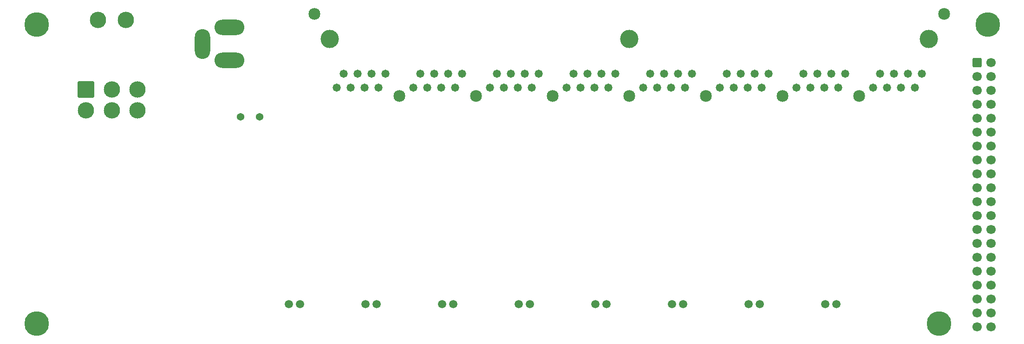
<source format=gbr>
%TF.GenerationSoftware,KiCad,Pcbnew,8.0.4*%
%TF.CreationDate,2024-09-16T12:53:31-07:00*%
%TF.ProjectId,PumpController8,50756d70-436f-46e7-9472-6f6c6c657238,rev?*%
%TF.SameCoordinates,Original*%
%TF.FileFunction,Soldermask,Bot*%
%TF.FilePolarity,Negative*%
%FSLAX46Y46*%
G04 Gerber Fmt 4.6, Leading zero omitted, Abs format (unit mm)*
G04 Created by KiCad (PCBNEW 8.0.4) date 2024-09-16 12:53:31*
%MOMM*%
%LPD*%
G01*
G04 APERTURE LIST*
G04 Aperture macros list*
%AMRoundRect*
0 Rectangle with rounded corners*
0 $1 Rounding radius*
0 $2 $3 $4 $5 $6 $7 $8 $9 X,Y pos of 4 corners*
0 Add a 4 corners polygon primitive as box body*
4,1,4,$2,$3,$4,$5,$6,$7,$8,$9,$2,$3,0*
0 Add four circle primitives for the rounded corners*
1,1,$1+$1,$2,$3*
1,1,$1+$1,$4,$5*
1,1,$1+$1,$6,$7*
1,1,$1+$1,$8,$9*
0 Add four rect primitives between the rounded corners*
20,1,$1+$1,$2,$3,$4,$5,0*
20,1,$1+$1,$4,$5,$6,$7,0*
20,1,$1+$1,$6,$7,$8,$9,0*
20,1,$1+$1,$8,$9,$2,$3,0*%
G04 Aperture macros list end*
%ADD10O,5.460000X2.819900*%
%ADD11O,2.819900X5.460000*%
%ADD12C,1.371600*%
%ADD13C,3.327400*%
%ADD14C,1.473200*%
%ADD15C,2.159000*%
%ADD16C,1.500000*%
%ADD17C,4.500000*%
%ADD18RoundRect,0.250000X-0.600000X-0.600000X0.600000X-0.600000X0.600000X0.600000X-0.600000X0.600000X0*%
%ADD19C,1.700000*%
%ADD20RoundRect,0.102000X-1.387500X-1.387500X1.387500X-1.387500X1.387500X1.387500X-1.387500X1.387500X0*%
%ADD21C,2.979000*%
G04 APERTURE END LIST*
D10*
%TO.C,J10*%
X117020000Y-66835000D03*
D11*
X112120000Y-63885000D03*
D10*
X117020000Y-60835000D03*
%TD*%
D12*
%TO.C,C9*%
X119058750Y-77216000D03*
X122558751Y-77216000D03*
%TD*%
D13*
%TO.C,J9*%
X244576600Y-62992000D03*
X189966600Y-62992000D03*
X135356600Y-62992000D03*
D14*
X243306600Y-69342000D03*
X242036600Y-71882000D03*
X240766600Y-69342000D03*
X239496600Y-71882000D03*
X238226600Y-69342000D03*
X236956600Y-71882000D03*
X235686600Y-69342000D03*
X234416600Y-71882000D03*
X229336600Y-69342000D03*
X228066600Y-71882000D03*
X226796600Y-69342000D03*
X225526600Y-71882000D03*
X224256600Y-69342000D03*
X222986600Y-71882000D03*
X221716600Y-69342000D03*
X220446600Y-71882000D03*
X215366600Y-69342000D03*
X214096600Y-71882000D03*
X212826600Y-69342000D03*
X211556600Y-71882000D03*
X210286600Y-69342000D03*
X209016600Y-71882000D03*
X207746600Y-69342000D03*
X206476600Y-71882000D03*
X201396600Y-69342000D03*
X200126600Y-71882000D03*
X198856600Y-69342000D03*
X197586600Y-71882000D03*
X196316600Y-69342000D03*
X195046600Y-71882000D03*
X193776600Y-69342000D03*
X192506600Y-71882000D03*
X187426600Y-69342000D03*
X186156600Y-71882000D03*
X184886600Y-69342000D03*
X183616600Y-71882000D03*
X182346600Y-69342000D03*
X181076600Y-71882000D03*
X179806600Y-69342000D03*
X178536600Y-71882000D03*
X173456600Y-69342000D03*
X172186600Y-71882000D03*
X170916600Y-69342000D03*
X169646600Y-71882000D03*
X168376600Y-69342000D03*
X167106600Y-71882000D03*
X165836600Y-69342000D03*
X164566600Y-71882000D03*
X159486600Y-69342000D03*
X158216600Y-71882000D03*
X156946600Y-69342000D03*
X155676600Y-71882000D03*
X154406600Y-69342000D03*
X153136600Y-71882000D03*
X151866600Y-69342000D03*
X150596600Y-71882000D03*
X145516600Y-69342000D03*
X144246600Y-71882000D03*
X142976600Y-69342000D03*
X141706600Y-71882000D03*
X140436600Y-69342000D03*
X139166600Y-71882000D03*
X137896600Y-69342000D03*
X136626600Y-71882000D03*
D15*
X247370600Y-58420000D03*
X132562600Y-58420000D03*
X231876600Y-73406000D03*
X217906600Y-73406000D03*
X203936600Y-73406000D03*
X189966600Y-73406000D03*
X175996600Y-73406000D03*
X162026600Y-73406000D03*
X148056600Y-73406000D03*
%TD*%
D16*
%TO.C,J7*%
X143875000Y-111395000D03*
X141875000Y-111395000D03*
%TD*%
D17*
%TO.C,H4*%
X81915000Y-60325000D03*
%TD*%
D18*
%TO.C,J11*%
X253365000Y-67310000D03*
D19*
X255905000Y-67310000D03*
X253365000Y-69850000D03*
X255905000Y-69850000D03*
X253365000Y-72390000D03*
X255905000Y-72390000D03*
X253365000Y-74930000D03*
X255905000Y-74930000D03*
X253365000Y-77470000D03*
X255905000Y-77470000D03*
X253365000Y-80010000D03*
X255905000Y-80010000D03*
X253365000Y-82550000D03*
X255905000Y-82550000D03*
X253365000Y-85090000D03*
X255905000Y-85090000D03*
X253365000Y-87630000D03*
X255905000Y-87630000D03*
X253365000Y-90170000D03*
X255905000Y-90170000D03*
X253365000Y-92710000D03*
X255905000Y-92710000D03*
X253365000Y-95250000D03*
X255905000Y-95250000D03*
X253365000Y-97790000D03*
X255905000Y-97790000D03*
X253365000Y-100330000D03*
X255905000Y-100330000D03*
X253365000Y-102870000D03*
X255905000Y-102870000D03*
X253365000Y-105410000D03*
X255905000Y-105410000D03*
X253365000Y-107950000D03*
X255905000Y-107950000D03*
X253365000Y-110490000D03*
X255905000Y-110490000D03*
X253365000Y-113030000D03*
X255905000Y-113030000D03*
X253365000Y-115570000D03*
X255905000Y-115570000D03*
%TD*%
D17*
%TO.C,H1*%
X255270000Y-60325000D03*
%TD*%
D16*
%TO.C,J5*%
X171815000Y-111395000D03*
X169815000Y-111395000D03*
%TD*%
%TO.C,J8*%
X129905000Y-111395000D03*
X127905000Y-111395000D03*
%TD*%
%TO.C,J3*%
X199755000Y-111395000D03*
X197755000Y-111395000D03*
%TD*%
%TO.C,J2*%
X213725000Y-111395000D03*
X211725000Y-111395000D03*
%TD*%
%TO.C,J6*%
X157845000Y-111395000D03*
X155845000Y-111395000D03*
%TD*%
D17*
%TO.C,H3*%
X81915000Y-114935000D03*
%TD*%
%TO.C,H2*%
X246380000Y-114935000D03*
%TD*%
D20*
%TO.C,S1*%
X90887500Y-72231250D03*
D21*
X95587500Y-72231250D03*
X100287500Y-72231250D03*
X90887500Y-76041250D03*
X95587500Y-76041250D03*
X100287500Y-76041250D03*
X93047500Y-59531250D03*
X98127500Y-59531250D03*
%TD*%
D16*
%TO.C,J1*%
X227695000Y-111395000D03*
X225695000Y-111395000D03*
%TD*%
%TO.C,J4*%
X185785000Y-111395000D03*
X183785000Y-111395000D03*
%TD*%
M02*

</source>
